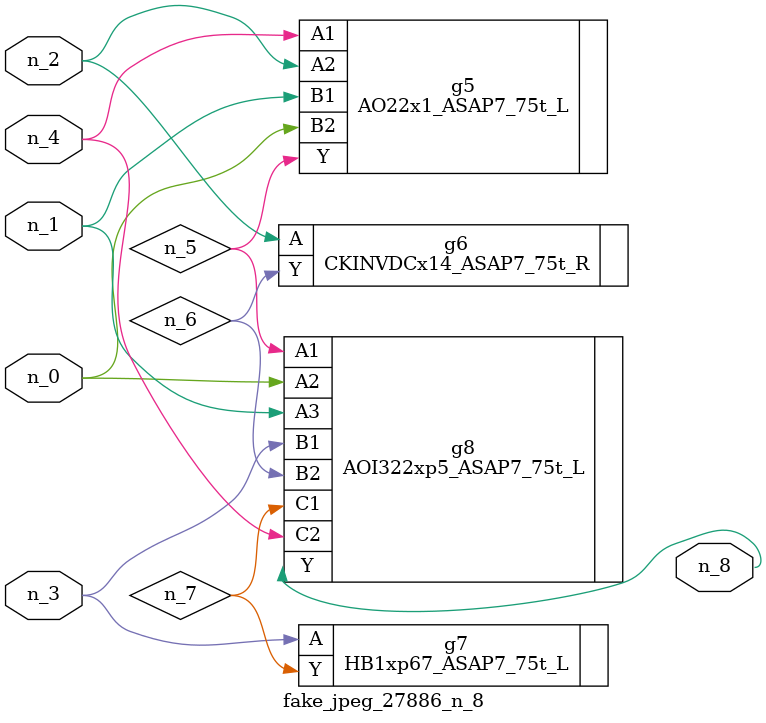
<source format=v>
module fake_jpeg_27886_n_8 (n_3, n_2, n_1, n_0, n_4, n_8);

input n_3;
input n_2;
input n_1;
input n_0;
input n_4;

output n_8;

wire n_6;
wire n_5;
wire n_7;

AO22x1_ASAP7_75t_L g5 ( 
.A1(n_4),
.A2(n_2),
.B1(n_1),
.B2(n_0),
.Y(n_5)
);

CKINVDCx14_ASAP7_75t_R g6 ( 
.A(n_2),
.Y(n_6)
);

HB1xp67_ASAP7_75t_L g7 ( 
.A(n_3),
.Y(n_7)
);

AOI322xp5_ASAP7_75t_L g8 ( 
.A1(n_5),
.A2(n_0),
.A3(n_1),
.B1(n_3),
.B2(n_6),
.C1(n_7),
.C2(n_4),
.Y(n_8)
);


endmodule
</source>
